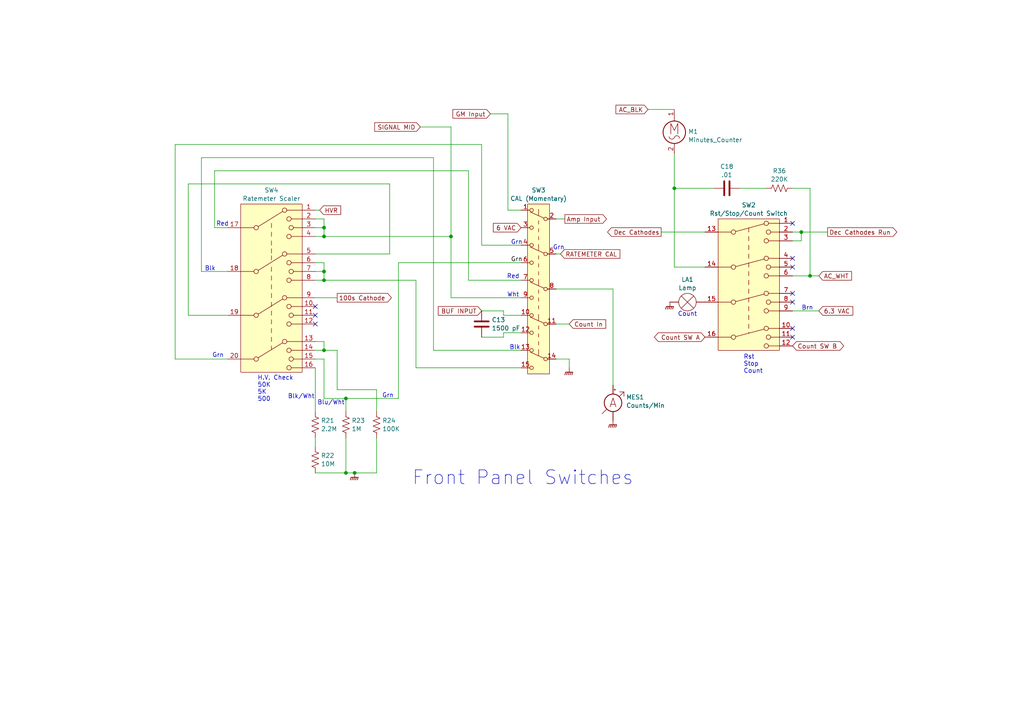
<source format=kicad_sch>
(kicad_sch (version 20250114) (generator "eeschema") (generator_version "9.0")
  (paper "A4")
  (title_block (title "General Scaler-Ratemeter RCR-1 ") (company "Nucleonics Corp of America") (comment 1 "Schematic by Steve Conklin"))
  (lib_symbols
    (symbol "Device:Ammeter_DC" (pin_numbers (hide yes)) (pin_names (offset 0.0254) (hide yes))
      (property "Reference" "MES" (at -3.302 1.016 0))
      (property "Value" "Ammeter_DC" (at -3.302 -0.762 0))
      (symbol "Ammeter_DC_0_0"
        (polyline (pts (xy -3.175 -3.175) (xy -1.905 -1.905)))
        (polyline (pts (xy 1.905 3.175) (xy 3.175 3.175) (xy 3.175 1.905)))
        (polyline (pts (xy 1.905 1.905) (xy 3.175 3.175)))
        (text "A" (at 0 0 0) (effects (font (size 2.54 2.54))))
      )
      (symbol "Ammeter_DC_0_1"
        (circle (center 0 0) (radius 2.54) (stroke (width 0.254)))
        (polyline (pts (xy 0.254 3.81) (xy 0.762 3.81)))
        (polyline (pts (xy 0.508 4.064) (xy 0.508 3.556)))
      )
      (symbol "Ammeter_DC_1_1"
        (pin passive line (at 0 5.08 270) (length 2.54) (name "+") (number "2"))
        (pin passive line (at 0 -5.08 90) (length 2.54) (name "-") (number "1"))
      )
    )
    (symbol "Device:C" (pin_numbers (hide yes)) (pin_names (offset 0.254))
      (property "Reference" "C" (at 0.635 2.54 0))
      (property "Value" "C" (at 0.635 -2.54 0))
      (symbol "C_0_1"
        (polyline (pts (xy -2.032 0.762) (xy 2.032 0.762)) (stroke (width 0.508)))
        (polyline (pts (xy -2.032 -0.762) (xy 2.032 -0.762)) (stroke (width 0.508)))
      )
      (symbol "C_1_1"
        (pin passive line (at 0 3.81 270) (length 2.794) (name "~") (number "1"))
        (pin passive line (at 0 -3.81 90) (length 2.794) (name "~") (number "2"))
      )
    )
    (symbol "Device:Lamp" (pin_numbers (hide yes)) (pin_names (offset 0.0254) (hide yes))
      (property "Reference" "LA" (at 0.635 3.81 0))
      (property "Value" "Lamp" (at 0.635 -3.81 0))
      (symbol "Lamp_0_1"
        (polyline (pts (xy -1.778 1.778) (xy 1.778 -1.778)))
        (circle (center 0 0) (radius 2.54))
        (polyline (pts (xy 1.778 1.778) (xy -1.778 -1.778)))
      )
      (symbol "Lamp_1_1"
        (pin passive line (at 0 5.08 270) (length 2.54) (name "+") (number "2"))
        (pin passive line (at 0 -5.08 90) (length 2.54) (name "-") (number "1"))
      )
    )
    (symbol "Device:R_US" (pin_numbers (hide yes)) (pin_names (offset 0))
      (property "Reference" "R" (at 2.54 0 90))
      (property "Value" "R_US" (at -2.54 0 90))
      (symbol "R_US_0_1"
        (polyline (pts (xy 0 2.286) (xy 0 2.54)))
        (polyline (pts (xy 0 2.286) (xy 1.016 1.905) (xy 0 1.524) (xy -1.016 1.143) (xy 0 0.762)))
        (polyline (pts (xy 0 0.762) (xy 1.016 0.381) (xy 0 0) (xy -1.016 -0.381) (xy 0 -0.762)))
        (polyline (pts (xy 0 -0.762) (xy 1.016 -1.143) (xy 0 -1.524) (xy -1.016 -1.905) (xy 0 -2.286)))
        (polyline (pts (xy 0 -2.286) (xy 0 -2.54)))
      )
      (symbol "R_US_1_1"
        (pin passive line (at 0 3.81 270) (length 1.27) (name "~") (number "1"))
        (pin passive line (at 0 -3.81 90) (length 1.27) (name "~") (number "2"))
      )
    )
    (symbol "Motor:Motor_AC" (pin_names (offset 0))
      (property "Reference" "M" (at 2.54 2.54 0))
      (property "Value" "Motor_AC" (at 2.54 -5.08 0))
      (symbol "Motor_AC_0_0"
        (polyline (pts (xy -1.016 -2.032) (xy -1.016 1.016) (xy 0 -1.016) (xy 1.016 1.016) (xy 1.016 -2.032)))
        (arc (start 0 -3.048) (mid -0.8622 -3.5222) (end -1.524 -2.794))
        (arc (start 0 -3.048) (mid 0.8657 -2.5527) (end 1.524 -3.302))
      )
      (symbol "Motor_AC_0_1"
        (polyline (pts (xy 0 2.032) (xy 0 2.54)))
        (polyline (pts (xy 0 1.7272) (xy 0 2.0828)))
        (circle (center 0 -1.524) (radius 3.2512) (stroke (width 0.254)))
        (polyline (pts (xy 0 -4.7752) (xy 0 -5.1816)))
        (polyline (pts (xy 0 -7.62) (xy 0 -7.112)))
      )
      (symbol "Motor_AC_1_1"
        (pin passive line (at 0 5.08 270) (length 2.54) (name "~") (number "1"))
        (pin passive line (at 0 -7.62 90) (length 2.54) (name "~") (number "2"))
      )
    )
    (symbol "Switch:SW_Rotary_4x3" (pin_names (offset 1.016) (hide yes))
      (property "Reference" "SW" (at 0 20.32 0))
      (property "Value" "SW_Rotary_4x3" (at 0 -20.32 0))
      (symbol "SW_Rotary_4x3_0_0"
        (circle (center -4.445 15.24) (radius 0.635))
        (circle (center -4.445 5.08) (radius 0.635))
        (circle (center -4.445 -5.08) (radius 0.635))
        (circle (center -4.445 -15.24) (radius 0.635))
        (polyline (pts (xy -3.81 15.3924) (xy 4.4196 17.6276)))
        (polyline (pts (xy -3.81 5.2324) (xy 4.4704 7.4168)))
        (polyline (pts (xy -3.81 -4.9276) (xy 4.4704 -2.7432)))
        (polyline (pts (xy -3.81 -15.0876) (xy 4.4704 -12.9032)))
        (polyline (pts (xy 0 15.24) (xy 0 16.4084)))
        (polyline (pts (xy 0 12.7) (xy 0 13.97)))
        (polyline (pts (xy 0 10.16) (xy 0 11.43)))
        (polyline (pts (xy 0 10.16) (xy 0 11.43)))
        (polyline (pts (xy 0 7.62) (xy 0 8.89)))
        (polyline (pts (xy 0 5.08) (xy 0 6.35)))
        (polyline (pts (xy 0 2.54) (xy 0 3.81)))
        (polyline (pts (xy 0 0) (xy 0 1.27)))
        (polyline (pts (xy 0 0) (xy 0 1.27)))
        (polyline (pts (xy 0 -2.54) (xy 0 -1.27)))
        (polyline (pts (xy 0 -5.08) (xy 0 -3.81)))
        (polyline (pts (xy 0 -7.62) (xy 0 -6.35)))
        (polyline (pts (xy 0 -10.16) (xy 0 -8.89)))
        (polyline (pts (xy 0 -10.16) (xy 0 -8.89)))
        (polyline (pts (xy 0 -12.7) (xy 0 -11.43)))
        (polyline (pts (xy 0 -14.0716) (xy 0 -13.8176)))
        (circle (center 5.08 17.78) (radius 0.635))
        (circle (center 5.08 12.7) (radius 0.635))
        (circle (center 5.08 7.62) (radius 0.635))
        (circle (center 5.08 2.54) (radius 0.635))
        (circle (center 5.08 -2.54) (radius 0.635))
        (circle (center 5.08 -7.62) (radius 0.635))
        (circle (center 5.08 -12.7) (radius 0.635))
        (circle (center 5.08 -17.78) (radius 0.635))
        (polyline (pts (xy 5.715 17.78) (xy 8.89 17.78)))
        (circle (center 5.715 15.24) (radius 0.635))
        (polyline (pts (xy 5.715 12.7) (xy 8.89 12.7)))
        (polyline (pts (xy 5.715 7.62) (xy 8.89 7.62)))
        (circle (center 5.715 5.08) (radius 0.635))
        (polyline (pts (xy 5.715 2.54) (xy 8.89 2.54)))
        (polyline (pts (xy 5.715 -2.54) (xy 8.89 -2.54)))
        (circle (center 5.715 -5.08) (radius 0.635))
        (polyline (pts (xy 5.715 -7.62) (xy 8.89 -7.62)))
        (polyline (pts (xy 5.715 -12.7) (xy 8.89 -12.7)))
        (circle (center 5.715 -15.24) (radius 0.635))
        (polyline (pts (xy 5.715 -17.78) (xy 8.89 -17.78)))
        (polyline (pts (xy 6.35 15.24) (xy 8.89 15.24)))
        (polyline (pts (xy 6.35 5.08) (xy 8.89 5.08)))
        (polyline (pts (xy 6.35 -5.08) (xy 8.89 -5.08)))
        (polyline (pts (xy 6.35 -15.24) (xy 8.89 -15.24)))
      )
      (symbol "SW_Rotary_4x3_0_1"
        (polyline (pts (xy -5.08 15.24) (xy -8.89 15.24)))
        (polyline (pts (xy -5.08 5.08) (xy -8.89 5.08)))
        (polyline (pts (xy -5.08 -5.08) (xy -8.89 -5.08)))
        (polyline (pts (xy -5.08 -15.24) (xy -8.89 -15.24)))
      )
      (symbol "SW_Rotary_4x3_1_1"
        (rectangle (start -8.89 19.05) (end 8.89 -19.05) (fill (type background)))
        (pin passive line (at -12.7 15.24 0) (length 3.81) (name "13") (number "13"))
        (pin passive line (at -12.7 5.08 0) (length 3.81) (name "14") (number "14"))
        (pin passive line (at -12.7 -5.08 0) (length 3.81) (name "15") (number "15"))
        (pin passive line (at -12.7 -15.24 0) (length 3.81) (name "16") (number "16"))
        (pin passive line (at 12.7 17.78 180) (length 3.81) (name "1") (number "1"))
        (pin passive line (at 12.7 15.24 180) (length 3.81) (name "2") (number "2"))
        (pin passive line (at 12.7 12.7 180) (length 3.81) (name "3") (number "3"))
        (pin passive line (at 12.7 7.62 180) (length 3.81) (name "4") (number "4"))
        (pin passive line (at 12.7 5.08 180) (length 3.81) (name "5") (number "5"))
        (pin passive line (at 12.7 2.54 180) (length 3.81) (name "6") (number "6"))
        (pin passive line (at 12.7 -2.54 180) (length 3.81) (name "7") (number "7"))
        (pin passive line (at 12.7 -5.08 180) (length 3.81) (name "8") (number "8"))
        (pin passive line (at 12.7 -7.62 180) (length 3.81) (name "9") (number "9"))
        (pin passive line (at 12.7 -12.7 180) (length 3.81) (name "10") (number "10"))
        (pin passive line (at 12.7 -15.24 180) (length 3.81) (name "11") (number "11"))
        (pin passive line (at 12.7 -17.78 180) (length 3.81) (name "12") (number "12"))
      )
    )
    (symbol "ai4qr_tubes:SW_Rotary_4x4" (pin_names (offset 1.016) (hide yes))
      (property "Reference" "SW" (at 0 34.036 0))
      (property "Value" "SW_Rotary_4x4" (at 0 -17.78 0))
      (symbol "SW_Rotary_4x4_0_0"
        (circle (center -4.445 25.4) (radius 0.635))
        (circle (center -4.445 12.7) (radius 0.635))
        (circle (center -4.445 0) (radius 0.635))
        (circle (center -4.445 -12.7) (radius 0.635))
        (polyline (pts (xy -3.9116 -12.3444) (xy 3.2512 -7.9756)))
        (polyline (pts (xy -3.8608 25.7048) (xy 3.2512 30.1244)))
        (polyline (pts (xy -3.8608 13.0048) (xy 3.2512 17.4244)))
        (polyline (pts (xy -3.8608 0.3048) (xy 3.2512 4.7244)))
        (polyline (pts (xy 0 25.4) (xy 0 26.67)))
        (polyline (pts (xy 0 22.86) (xy 0 24.13)))
        (polyline (pts (xy 0 20.32) (xy 0 21.59)))
        (polyline (pts (xy 0 12.7) (xy 0 13.97)))
        (polyline (pts (xy 0 10.16) (xy 0 11.43)))
        (polyline (pts (xy 0 7.62) (xy 0 8.89)))
        (polyline (pts (xy 0 5.08) (xy 0 6.35)))
        (polyline (pts (xy 0 2.54) (xy 0 3.81)))
        (polyline (pts (xy 0 0) (xy 0 1.27)))
        (polyline (pts (xy 0 -2.54) (xy 0 -1.27)))
        (polyline (pts (xy 0 -5.08) (xy 0 -3.81)))
        (polyline (pts (xy 0 -7.62) (xy 0 -6.35)))
        (polyline (pts (xy 0 -9.9568) (xy 0 -8.89)))
        (circle (center 3.81 30.48) (radius 0.635))
        (circle (center 3.81 17.78) (radius 0.635))
        (circle (center 3.81 5.08) (radius 0.635))
        (circle (center 3.81 -7.62) (radius 0.635))
        (polyline (pts (xy 4.445 30.48) (xy 8.89 30.48)))
        (polyline (pts (xy 4.445 17.78) (xy 8.89 17.78)))
        (polyline (pts (xy 4.445 5.08) (xy 8.89 5.08)))
        (polyline (pts (xy 4.445 -7.62) (xy 8.89 -7.62)))
        (circle (center 5.08 27.94) (radius 0.635))
        (circle (center 5.08 22.86) (radius 0.635))
        (circle (center 5.08 15.24) (radius 0.635))
        (circle (center 5.08 10.16) (radius 0.635))
        (circle (center 5.08 2.54) (radius 0.635))
        (circle (center 5.08 -2.54) (radius 0.635))
        (circle (center 5.08 -10.16) (radius 0.635))
        (circle (center 5.08 -15.24) (radius 0.635))
        (polyline (pts (xy 5.715 27.94) (xy 8.89 27.94)))
        (circle (center 5.715 25.4) (radius 0.635))
        (polyline (pts (xy 5.715 22.86) (xy 8.89 22.86)))
        (polyline (pts (xy 5.715 15.24) (xy 8.89 15.24)))
        (circle (center 5.715 12.7) (radius 0.635))
        (polyline (pts (xy 5.715 10.16) (xy 8.89 10.16)))
        (polyline (pts (xy 5.715 2.54) (xy 8.89 2.54)))
        (circle (center 5.715 0) (radius 0.635))
        (polyline (pts (xy 5.715 -2.54) (xy 8.89 -2.54)))
        (polyline (pts (xy 5.715 -10.16) (xy 8.89 -10.16)))
        (circle (center 5.715 -12.7) (radius 0.635))
        (polyline (pts (xy 5.715 -15.24) (xy 8.89 -15.24)))
        (polyline (pts (xy 6.35 25.4) (xy 8.89 25.4)))
        (polyline (pts (xy 6.35 12.7) (xy 8.89 12.7)))
        (polyline (pts (xy 6.35 0) (xy 8.89 0)))
        (polyline (pts (xy 6.35 -12.7) (xy 8.89 -12.7)))
      )
      (symbol "SW_Rotary_4x4_0_1"
        (polyline (pts (xy -5.08 25.4) (xy -8.89 25.4)))
        (polyline (pts (xy -5.08 12.7) (xy -8.89 12.7)))
        (polyline (pts (xy -5.08 0) (xy -8.89 0)))
        (polyline (pts (xy -5.08 -12.7) (xy -8.89 -12.7)))
        (polyline (pts (xy 0 19.304) (xy 0 18.034)))
        (polyline (pts (xy 0 17.272) (xy 0 16.002)))
      )
      (symbol "SW_Rotary_4x4_1_1"
        (rectangle (start -8.89 32.258) (end 8.89 -16.51) (fill (type background)))
        (pin passive line (at -12.7 25.4 0) (length 3.81) (name "13") (number "17"))
        (pin passive line (at -12.7 12.7 0) (length 3.81) (name "13") (number "18"))
        (pin passive line (at -12.7 0 0) (length 3.81) (name "14") (number "19"))
        (pin passive line (at -12.7 -12.7 0) (length 3.81) (name "15") (number "20"))
        (pin passive line (at 12.7 30.48 180) (length 3.81) (name "1") (number "1"))
        (pin passive line (at 12.7 27.94 180) (length 3.81) (name "2") (number "2"))
        (pin passive line (at 12.7 25.4 180) (length 3.81) (name "3") (number "3"))
        (pin passive line (at 12.7 22.86 180) (length 3.81) (name "4") (number "4"))
        (pin passive line (at 12.7 17.78 180) (length 3.81) (name "1") (number "5"))
        (pin passive line (at 12.7 15.24 180) (length 3.81) (name "2") (number "6"))
        (pin passive line (at 12.7 12.7 180) (length 3.81) (name "3") (number "7"))
        (pin passive line (at 12.7 10.16 180) (length 3.81) (name "4") (number "8"))
        (pin passive line (at 12.7 5.08 180) (length 3.81) (name "5") (number "9"))
        (pin passive line (at 12.7 2.54 180) (length 3.81) (name "6") (number "10"))
        (pin passive line (at 12.7 0 180) (length 3.81) (name "7") (number "11"))
        (pin passive line (at 12.7 -2.54 180) (length 3.81) (name "8") (number "12"))
        (pin passive line (at 12.7 -7.62 180) (length 3.81) (name "9") (number "13"))
        (pin passive line (at 12.7 -10.16 180) (length 3.81) (name "10") (number "14"))
        (pin passive line (at 12.7 -12.7 180) (length 3.81) (name "11") (number "15"))
        (pin passive line (at 12.7 -15.24 180) (length 3.81) (name "12") (number "16"))
      )
    )
    (symbol "ai4qr_tubes:SW_Rotary_5PDT" (pin_names (offset 0) (hide yes))
      (property "Reference" "SW" (at 0.254 41.402 0))
      (property "Value" "SW_Rotary_5PDT_Momentary" (at 0 -13.462 0))
      (symbol "SW_Rotary_5PDT_0_0"
        (circle (center -2.032 35.56) (radius 0.508))
        (circle (center -2.032 25.4) (radius 0.508))
        (circle (center -2.032 15.24) (radius 0.508))
        (circle (center -2.032 5.08) (radius 0.508))
        (circle (center -2.032 -5.08) (radius 0.508))
        (circle (center 2.032 33.02) (radius 0.508))
        (circle (center 2.032 22.86) (radius 0.508))
        (circle (center 2.032 12.7) (radius 0.508))
        (circle (center 2.032 2.54) (radius 0.508))
        (circle (center 2.032 -7.62) (radius 0.508))
      )
      (symbol "SW_Rotary_5PDT_0_1"
        (polyline (pts (xy -1.524 35.814) (xy 2.3368 37.5412)))
        (polyline (pts (xy -1.524 25.654) (xy 2.3368 27.3812)))
        (polyline (pts (xy -1.524 15.494) (xy 2.3368 17.2212)))
        (polyline (pts (xy -1.524 5.334) (xy 2.3368 7.0612)))
        (polyline (pts (xy -1.524 -4.826) (xy 2.3368 -3.0988)))
        (polyline (pts (xy 0 38.354) (xy 0 36.576)))
        (polyline (pts (xy 0 34.036) (xy 0 35.052)))
        (polyline (pts (xy 0 31.75) (xy 0 32.766)))
        (polyline (pts (xy 0 29.464) (xy 0 30.48)))
        (polyline (pts (xy 0 28.194) (xy 0 26.416)))
        (polyline (pts (xy 0 23.876) (xy 0 24.892)))
        (polyline (pts (xy 0 21.59) (xy 0 22.606)))
        (polyline (pts (xy 0 19.304) (xy 0 20.32)))
        (polyline (pts (xy 0 18.034) (xy 0 16.256)))
        (polyline (pts (xy 0 13.97) (xy 0 14.986)))
        (polyline (pts (xy 0 11.684) (xy 0 12.7)))
        (polyline (pts (xy 0 9.398) (xy 0 10.414)))
        (polyline (pts (xy 0 7.874) (xy 0 6.096)))
        (polyline (pts (xy 0 3.556) (xy 0 4.572)))
        (polyline (pts (xy 0 1.27) (xy 0 2.286)))
        (polyline (pts (xy 0 -1.016) (xy 0 0)))
        (polyline (pts (xy 0 -2.286) (xy 0 -4.064)))
        (circle (center 2.032 38.1) (radius 0.508))
        (circle (center 2.032 27.94) (radius 0.508))
        (circle (center 2.032 17.78) (radius 0.508))
        (circle (center 2.032 7.62) (radius 0.508))
        (circle (center 2.032 -2.54) (radius 0.508))
      )
      (symbol "SW_Rotary_5PDT_1_1"
        (rectangle (start -3.175 39.878) (end 3.175 -9.398) (fill (type background)))
        (pin passive line (at -5.08 35.56 0) (length 2.54) (name "B") (number "2"))
        (pin passive line (at -5.08 25.4 0) (length 2.54) (name "B") (number "5"))
        (pin passive line (at -5.08 15.24 0) (length 2.54) (name "B") (number "8"))
        (pin passive line (at -5.08 5.08 0) (length 2.54) (name "B") (number "11"))
        (pin passive line (at -5.08 -5.08 0) (length 2.54) (name "B") (number "14"))
        (pin passive line (at 5.08 38.1 180) (length 2.54) (name "A") (number "1"))
        (pin passive line (at 5.08 33.02 180) (length 2.54) (name "C") (number "3"))
        (pin passive line (at 5.08 27.94 180) (length 2.54) (name "A") (number "4"))
        (pin passive line (at 5.08 22.86 180) (length 2.54) (name "C") (number "6"))
        (pin passive line (at 5.08 17.78 180) (length 2.54) (name "A") (number "7"))
        (pin passive line (at 5.08 12.7 180) (length 2.54) (name "C") (number "9"))
        (pin passive line (at 5.08 7.62 180) (length 2.54) (name "A") (number "10"))
        (pin passive line (at 5.08 2.54 180) (length 2.54) (name "C") (number "12"))
        (pin passive line (at 5.08 -2.54 180) (length 2.54) (name "A") (number "13"))
        (pin passive line (at 5.08 -7.62 180) (length 2.54) (name "C") (number "15"))
      )
    )
    (symbol "power:GNDPWR" (power) (pin_numbers (hide yes)) (pin_names (offset 0) (hide yes))
      (property "Value" "GNDPWR" (at 0 -3.302 0))
      (symbol "GNDPWR_0_1"
        (polyline (pts (xy -1.016 -1.27) (xy -1.27 -2.032) (xy -1.27 -2.032)) (stroke (width 0.2032)))
        (polyline (pts (xy -0.508 -1.27) (xy -0.762 -2.032) (xy -0.762 -2.032)) (stroke (width 0.2032)))
        (polyline (pts (xy 0 -1.27) (xy 0 0)))
        (polyline (pts (xy 0 -1.27) (xy -0.254 -2.032) (xy -0.254 -2.032)) (stroke (width 0.2032)))
        (polyline (pts (xy 0.508 -1.27) (xy 0.254 -2.032) (xy 0.254 -2.032)) (stroke (width 0.2032)))
        (polyline (pts (xy 1.016 -1.27) (xy -1.016 -1.27) (xy -1.016 -1.27)) (stroke (width 0.2032)))
        (polyline (pts (xy 1.016 -1.27) (xy 0.762 -2.032) (xy 0.762 -2.032) (xy 0.762 -2.032)) (stroke (width 0.2032)))
      )
      (symbol "GNDPWR_1_1"
        (pin power_in line (at 0 0 270) (length 0) (name "~") (number "1"))
      )
    )
  )
  (text "Blk" (at 60.96 77.978 0) (effects (font (size 1.27 1.27))))
  (text "Count" (at 199.39 91.186 0) (effects (font (size 1.27 1.27))))
  (text "Blk" (at 149.352 100.838 0) (effects (font (size 1.27 1.27))))
  (text "Blu/Wht" (at 96.012 116.84 0) (effects (font (size 1.27 1.27))))
  (text "Red" (at 148.844 80.264 0) (effects (font (size 1.27 1.27))))
  (text "Blk/Wht" (at 87.376 115.062 0) (effects (font (size 1.27 1.27))))
  (text "Grn" (at 162.052 71.882 0) (effects (font (size 1.27 1.27))))
  (text "Grn" (at 149.86 70.358 0) (effects (font (size 1.27 1.27))))
  (text "Grn" (at 63.246 103.124 0) (effects (font (size 1.27 1.27))))
  (text "Red" (at 64.516 65.024 0) (effects (font (size 1.27 1.27))))
  (text "Grn" (at 112.522 114.808 0) (effects (font (size 1.27 1.27))))
  (text "H.V. Check\n50K\n5K\n500\n" (at 74.676 112.776 0) (effects (font (size 1.27 1.27)) (justify left)))
  (text "Wht" (at 148.844 85.598 0) (effects (font (size 1.27 1.27))))
  (text "Front Panel Switches" (at 151.638 138.684 0) (effects (font (size 4 4))))
  (text "Rst\nStop\nCount" (at 215.646 105.664 0) (effects (font (size 1.27 1.27)) (justify left)))
  (text "Brn" (at 234.188 89.408 0) (effects (font (size 1.27 1.27))))
  (junction (at 232.41 67.31))
  (junction (at 130.81 68.58))
  (junction (at 195.58 54.61))
  (junction (at 93.98 78.74))
  (junction (at 93.98 101.6))
  (junction (at 234.95 80.01))
  (junction (at 100.33 137.16))
  (junction (at 102.87 137.16))
  (junction (at 93.98 81.28))
  (junction (at 100.33 115.57))
  (junction (at 93.98 68.58))
  (junction (at 93.98 66.04))
  (no_connect (at 229.87 87.63))
  (no_connect (at 229.87 85.09))
  (no_connect (at 229.87 95.25))
  (no_connect (at 91.44 88.9))
  (no_connect (at 91.44 91.44))
  (no_connect (at 229.87 64.77))
  (no_connect (at 229.87 74.93))
  (no_connect (at 91.44 93.98))
  (no_connect (at 229.87 77.47))
  (no_connect (at 229.87 97.79))
  (wire (pts (xy 91.44 68.58) (xy 93.98 68.58)))
  (wire (pts (xy 91.44 106.68) (xy 91.44 119.38)))
  (wire (pts (xy 91.44 86.36) (xy 97.79 86.36)))
  (wire (pts (xy 93.98 115.57) (xy 93.98 104.14)))
  (wire (pts (xy 120.65 81.28) (xy 120.65 106.68)))
  (wire (pts (xy 165.1 104.14) (xy 165.1 106.68)))
  (wire (pts (xy 58.42 78.74) (xy 66.04 78.74)))
  (wire (pts (xy 58.42 45.72) (xy 58.42 78.74)))
  (wire (pts (xy 161.29 63.5) (xy 163.83 63.5)))
  (wire (pts (xy 151.13 86.36) (xy 130.81 86.36)))
  (wire (pts (xy 100.33 127) (xy 100.33 137.16)))
  (wire (pts (xy 135.89 81.28) (xy 135.89 49.53)))
  (wire (pts (xy 146.05 96.52) (xy 146.05 97.79)))
  (wire (pts (xy 234.95 80.01) (xy 237.49 80.01)))
  (wire (pts (xy 229.87 69.85) (xy 232.41 69.85)))
  (wire (pts (xy 93.98 78.74) (xy 93.98 81.28)))
  (wire (pts (xy 93.98 81.28) (xy 120.65 81.28)))
  (wire (pts (xy 93.98 99.06) (xy 93.98 101.6)))
  (wire (pts (xy 115.57 115.57) (xy 115.57 76.2)))
  (wire (pts (xy 100.33 115.57) (xy 115.57 115.57)))
  (wire (pts (xy 100.33 119.38) (xy 100.33 115.57)))
  (wire (pts (xy 147.32 33.02) (xy 147.32 60.96)))
  (wire (pts (xy 130.81 68.58) (xy 93.98 68.58)))
  (wire (pts (xy 187.96 31.75) (xy 195.58 31.75)))
  (wire (pts (xy 229.87 80.01) (xy 234.95 80.01)))
  (wire (pts (xy 93.98 81.28) (xy 91.44 81.28)))
  (wire (pts (xy 97.79 101.6) (xy 97.79 113.03)))
  (wire (pts (xy 195.58 54.61) (xy 207.01 54.61)))
  (wire (pts (xy 54.61 91.44) (xy 66.04 91.44)))
  (wire (pts (xy 93.98 101.6) (xy 91.44 101.6)))
  (wire (pts (xy 130.81 36.83) (xy 121.92 36.83)))
  (wire (pts (xy 151.13 101.6) (xy 125.73 101.6)))
  (wire (pts (xy 120.65 106.68) (xy 151.13 106.68)))
  (wire (pts (xy 50.8 41.91) (xy 50.8 104.14)))
  (wire (pts (xy 113.03 73.66) (xy 113.03 53.34)))
  (wire (pts (xy 161.29 93.98) (xy 165.1 93.98)))
  (wire (pts (xy 195.58 44.45) (xy 195.58 54.61)))
  (wire (pts (xy 161.29 73.66) (xy 162.56 73.66)))
  (wire (pts (xy 91.44 76.2) (xy 93.98 76.2)))
  (wire (pts (xy 109.22 137.16) (xy 109.22 127)))
  (wire (pts (xy 135.89 49.53) (xy 62.23 49.53)))
  (wire (pts (xy 125.73 101.6) (xy 125.73 45.72)))
  (wire (pts (xy 151.13 81.28) (xy 135.89 81.28)))
  (wire (pts (xy 229.87 67.31) (xy 232.41 67.31)))
  (wire (pts (xy 91.44 99.06) (xy 93.98 99.06)))
  (wire (pts (xy 91.44 63.5) (xy 93.98 63.5)))
  (wire (pts (xy 147.32 60.96) (xy 151.13 60.96)))
  (wire (pts (xy 232.41 67.31) (xy 240.03 67.31)))
  (wire (pts (xy 130.81 68.58) (xy 130.81 36.83)))
  (wire (pts (xy 100.33 115.57) (xy 93.98 115.57)))
  (wire (pts (xy 229.87 90.17) (xy 237.49 90.17)))
  (wire (pts (xy 146.05 97.79) (xy 139.7 97.79)))
  (wire (pts (xy 195.58 54.61) (xy 195.58 77.47)))
  (wire (pts (xy 161.29 104.14) (xy 165.1 104.14)))
  (wire (pts (xy 151.13 96.52) (xy 146.05 96.52)))
  (wire (pts (xy 142.24 33.02) (xy 147.32 33.02)))
  (wire (pts (xy 139.7 41.91) (xy 50.8 41.91)))
  (wire (pts (xy 93.98 63.5) (xy 93.98 66.04)))
  (wire (pts (xy 93.98 76.2) (xy 93.98 78.74)))
  (wire (pts (xy 62.23 66.04) (xy 66.04 66.04)))
  (wire (pts (xy 113.03 53.34) (xy 54.61 53.34)))
  (wire (pts (xy 232.41 67.31) (xy 232.41 69.85)))
  (wire (pts (xy 93.98 101.6) (xy 97.79 101.6)))
  (wire (pts (xy 177.8 83.82) (xy 177.8 111.76)))
  (wire (pts (xy 109.22 113.03) (xy 109.22 119.38)))
  (wire (pts (xy 97.79 113.03) (xy 109.22 113.03)))
  (wire (pts (xy 234.95 54.61) (xy 229.87 54.61)))
  (wire (pts (xy 50.8 104.14) (xy 66.04 104.14)))
  (wire (pts (xy 91.44 78.74) (xy 93.98 78.74)))
  (wire (pts (xy 130.81 86.36) (xy 130.81 68.58)))
  (wire (pts (xy 115.57 76.2) (xy 151.13 76.2)))
  (wire (pts (xy 91.44 66.04) (xy 93.98 66.04)))
  (wire (pts (xy 100.33 137.16) (xy 102.87 137.16)))
  (wire (pts (xy 91.44 137.16) (xy 100.33 137.16)))
  (wire (pts (xy 146.05 90.17) (xy 139.7 90.17)))
  (wire (pts (xy 151.13 71.12) (xy 139.7 71.12)))
  (wire (pts (xy 102.87 137.16) (xy 109.22 137.16)))
  (wire (pts (xy 195.58 77.47) (xy 204.47 77.47)))
  (wire (pts (xy 62.23 49.53) (xy 62.23 66.04)))
  (wire (pts (xy 54.61 53.34) (xy 54.61 91.44)))
  (wire (pts (xy 93.98 104.14) (xy 91.44 104.14)))
  (wire (pts (xy 91.44 60.96) (xy 92.71 60.96)))
  (wire (pts (xy 125.73 45.72) (xy 58.42 45.72)))
  (wire (pts (xy 234.95 54.61) (xy 234.95 80.01)))
  (wire (pts (xy 91.44 127) (xy 91.44 129.54)))
  (wire (pts (xy 191.77 67.31) (xy 204.47 67.31)))
  (wire (pts (xy 151.13 91.44) (xy 146.05 91.44)))
  (wire (pts (xy 91.44 73.66) (xy 113.03 73.66)))
  (wire (pts (xy 93.98 66.04) (xy 93.98 68.58)))
  (wire (pts (xy 161.29 83.82) (xy 177.8 83.82)))
  (wire (pts (xy 214.63 54.61) (xy 222.25 54.61)))
  (wire (pts (xy 146.05 91.44) (xy 146.05 90.17)))
  (wire (pts (xy 139.7 71.12) (xy 139.7 41.91)))
  (label "Grn" (at 149.86 76.2 0))
  (global_label "AC_BLK" (shape input) (at 187.96 31.75 180) (property "Intersheetrefs" "${INTERSHEET_REFS}" (effects (hide yes))))
  (global_label "100s Cathode" (shape output) (at 97.79 86.36 0) (property "Intersheetrefs" "${INTERSHEET_REFS}" (effects (hide yes))))
  (global_label "Count SW A" (shape bidirectional) (at 204.47 97.79 180) (property "Intersheetrefs" "${INTERSHEET_REFS}" (effects (hide yes))))
  (global_label "RATEMETER CAL" (shape input) (at 162.56 73.66 0) (property "Intersheetrefs" "${INTERSHEET_REFS}" (effects (hide yes))))
  (global_label "6.3 VAC" (shape input) (at 237.49 90.17 0) (property "Intersheetrefs" "${INTERSHEET_REFS}" (effects (hide yes))))
  (global_label "AC_WHT" (shape input) (at 237.49 80.01 0) (property "Intersheetrefs" "${INTERSHEET_REFS}" (effects (hide yes))))
  (global_label "6 VAC" (shape input) (at 151.13 66.04 180) (property "Intersheetrefs" "${INTERSHEET_REFS}" (effects (hide yes))))
  (global_label "GM Input" (shape input) (at 142.24 33.02 180) (property "Intersheetrefs" "${INTERSHEET_REFS}" (effects (hide yes))))
  (global_label "Dec Cathodes Run" (shape output) (at 240.03 67.31 0) (property "Intersheetrefs" "${INTERSHEET_REFS}" (effects (hide yes))))
  (global_label "Count In" (shape input) (at 165.1 93.98 0) (property "Intersheetrefs" "${INTERSHEET_REFS}" (effects (hide yes))))
  (global_label "BUF INPUT" (shape input) (at 139.7 90.17 180) (property "Intersheetrefs" "${INTERSHEET_REFS}" (effects (hide yes))))
  (global_label "Amp Input" (shape output) (at 163.83 63.5 0) (property "Intersheetrefs" "${INTERSHEET_REFS}" (effects (hide yes))))
  (global_label "Count SW B" (shape bidirectional) (at 229.87 100.33 0) (property "Intersheetrefs" "${INTERSHEET_REFS}" (effects (hide yes))))
  (global_label "Dec Cathodes" (shape output) (at 191.77 67.31 180) (property "Intersheetrefs" "${INTERSHEET_REFS}" (effects (hide yes))))
  (global_label "SIGNAL MID" (shape input) (at 121.92 36.83 180) (property "Intersheetrefs" "${INTERSHEET_REFS}" (effects (hide yes))))
  (global_label "HVR" (shape input) (at 92.71 60.96 0) (property "Intersheetrefs" "${INTERSHEET_REFS}" (effects (hide yes))))
  (symbol (lib_id "power:GNDPWR") (at 177.8 121.92 0) (unit 1)
    (property "Reference" "#PWR029" (effects (hide yes)))
    (property "Value" "GNDPWR" (effects (hide yes)))
    (property "Description" "Power symbol creates a global label with name \"GNDPWR\" , global ground" (effects (hide yes)))
  )
  (symbol (lib_id "Device:R_US") (at 91.44 123.19 180) (unit 1)
    (property "Reference" "R21" (at 93.091 121.9778 0) (effects (justify right)))
    (property "Value" "2.2M" (at 93.091 124.4021 0) (effects (justify right)))
    (property "Description" "Resistor, US symbol" (effects (hide yes)))
  )
  (symbol (lib_id "power:GNDPWR") (at 165.1 106.68 0) (unit 1)
    (property "Reference" "#PWR015" (effects (hide yes)))
    (property "Value" "GNDPWR" (effects (hide yes)))
    (property "Description" "Power symbol creates a global label with name \"GNDPWR\" , global ground" (effects (hide yes)))
  )
  (symbol (lib_id "Switch:SW_Rotary_4x3") (at 217.17 82.55 0) (unit 1)
    (property "Reference" "SW2" (at 217.17 59.4825 0))
    (property "Value" "Rst/Stop/Count Switch" (at 217.17 61.9068 0))
    (property "Datasheet" "http://cdn-reichelt.de/documents/datenblatt/C200/DS-Serie%23LOR.pdf" (effects (hide yes)))
    (property "Description" "4 rotary switches with 3 positions" (effects (hide yes)))
  )
  (symbol (lib_id "ai4qr_tubes:SW_Rotary_5PDT") (at 156.21 99.06 0) (mirror y) (unit 1)
    (property "Reference" "SW3" (at 156.21 55.1645 0))
    (property "Value" "CAL (Momentary)" (at 156.21 57.5888 0))
    (property "Description" "Momentary Switch, five pole double throw" (effects (hide yes)))
  )
  (symbol (lib_id "Device:Ammeter_DC") (at 177.8 116.84 0) (unit 1)
    (property "Reference" "MES1" (at 181.61 115.1833 0) (effects (justify left)))
    (property "Value" "Counts/Min" (at 181.61 117.6076 0) (effects (justify left)))
    (property "Description" "DC ammeter" (effects (hide yes)))
  )
  (symbol (lib_id "Device:C") (at 210.82 54.61 90) (unit 1)
    (property "Reference" "C18" (at 210.82 48.3065 90))
    (property "Value" ".01" (at 210.82 50.7308 90))
    (property "Description" "Unpolarized capacitor" (effects (hide yes)))
  )
  (symbol (lib_id "Device:R_US") (at 100.33 123.19 180) (unit 1)
    (property "Reference" "R23" (at 101.981 121.9778 0) (effects (justify right)))
    (property "Value" "1M" (at 101.981 124.4021 0) (effects (justify right)))
    (property "Description" "Resistor, US symbol" (effects (hide yes)))
  )
  (symbol (lib_id "Device:R_US") (at 226.06 54.61 90) (unit 1)
    (property "Reference" "R36" (at 226.06 49.5765 90))
    (property "Value" "220K" (at 226.06 52.0008 90))
    (property "Description" "Resistor, US symbol" (effects (hide yes)))
  )
  (symbol (lib_id "Device:Lamp") (at 199.39 87.63 90) (unit 1)
    (property "Reference" "LA1" (at 199.39 81.0725 90))
    (property "Value" "Lamp" (at 199.39 83.4968 90))
    (property "Description" "Lamp" (effects (hide yes)))
  )
  (symbol (lib_id "Device:R_US") (at 91.44 133.35 180) (unit 1)
    (property "Reference" "R22" (at 93.091 132.1378 0) (effects (justify right)))
    (property "Value" "10M" (at 93.091 134.5621 0) (effects (justify right)))
    (property "Description" "Resistor, US symbol" (effects (hide yes)))
  )
  (symbol (lib_id "ai4qr_tubes:SW_Rotary_4x4") (at 78.74 91.44 0) (unit 1)
    (property "Reference" "SW4" (at 78.74 55.1645 0))
    (property "Value" "Ratemeter Scaler" (at 78.74 57.5888 0))
    (property "Datasheet" "http://cdn-reichelt.de/documents/datenblatt/C200/DS-Serie%23LOR.pdf" (effects (hide yes)))
    (property "Description" "4 rotary switches with 4 positions" (effects (hide yes)))
  )
  (symbol (lib_id "Device:C") (at 139.7 93.98 0) (unit 1)
    (property "Reference" "C13" (at 142.621 92.7678 0) (effects (justify left)))
    (property "Value" "1500 pF" (at 142.621 95.1921 0) (effects (justify left)))
    (property "Description" "Unpolarized capacitor" (effects (hide yes)))
  )
  (symbol (lib_id "Motor:Motor_AC") (at 195.58 36.83 0) (unit 1)
    (property "Reference" "M1" (at 199.5932 38.1578 0) (effects (justify left)))
    (property "Value" "Minutes_Counter" (at 199.5932 40.5821 0) (effects (justify left)))
    (property "Description" "AC Motor" (effects (hide yes)))
  )
  (symbol (lib_id "power:GNDPWR") (at 194.31 87.63 0) (unit 1)
    (property "Reference" "#PWR030" (effects (hide yes)))
    (property "Value" "GNDPWR" (effects (hide yes)))
    (property "Description" "Power symbol creates a global label with name \"GNDPWR\" , global ground" (effects (hide yes)))
  )
  (symbol (lib_id "Device:R_US") (at 109.22 123.19 180) (unit 1)
    (property "Reference" "R24" (at 110.871 121.9778 0) (effects (justify right)))
    (property "Value" "100K" (at 110.871 124.4021 0) (effects (justify right)))
    (property "Description" "Resistor, US symbol" (effects (hide yes)))
  )
  (symbol (lib_id "power:GNDPWR") (at 102.87 137.16 0) (unit 1)
    (property "Reference" "#PWR016" (effects (hide yes)))
    (property "Value" "GNDPWR" (effects (hide yes)))
    (property "Description" "Power symbol creates a global label with name \"GNDPWR\" , global ground" (effects (hide yes)))
  )
)
</source>
